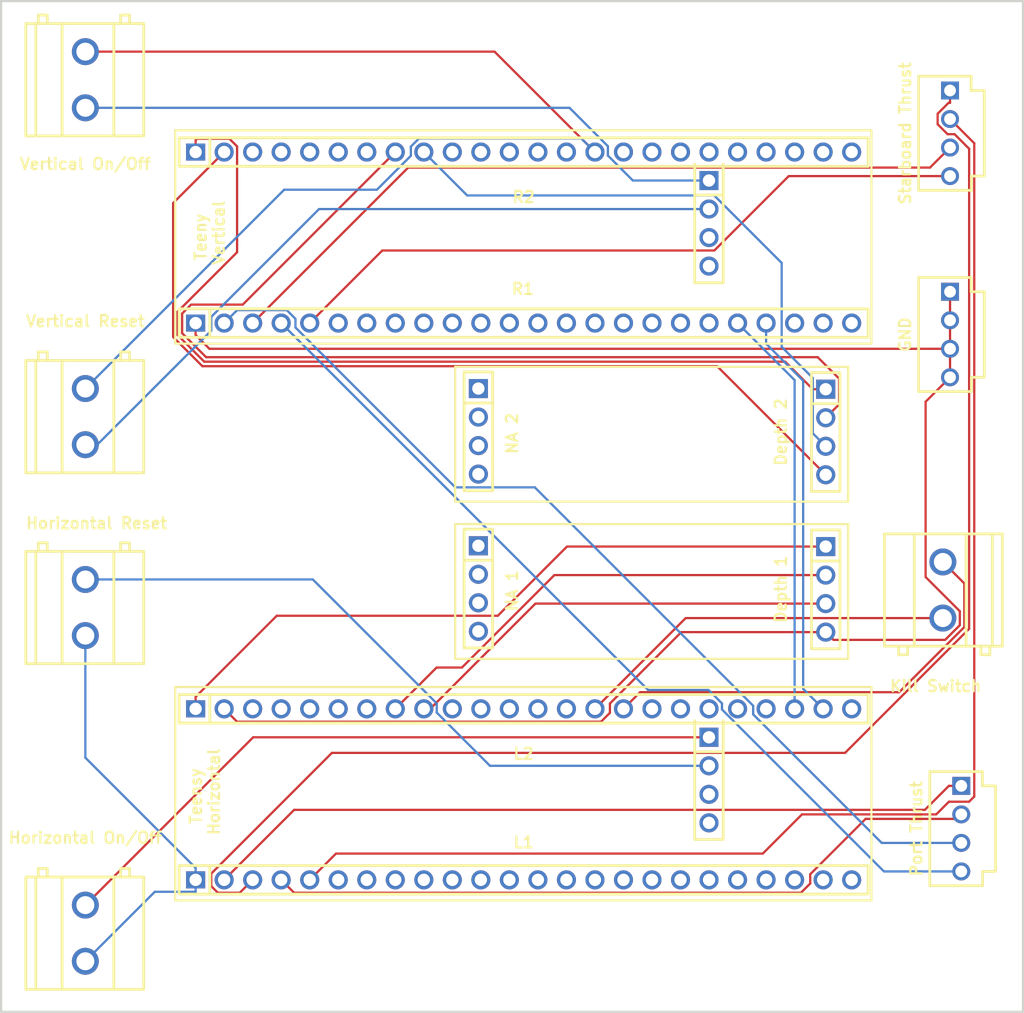
<source format=kicad_pcb>
(kicad_pcb (version 20240108) (generator "pcbnew") (generator_version "8.0")
  (layers (0 "F.Cu" signal) (31 "B.Cu" signal) (34 "B.Paste" user) (35 "F.Paste" user) (36 "B.SilkS" user "B.Silkscreen") (37 "F.SilkS" user "F.Silkscreen") (38 "B.Mask" user) (39 "F.Mask" user) (44 "Edge.Cuts" user))
  (net 0 "")
  (net 1 "Net-(Depth2-Pad4)")
  (net 2 "Net-(Depth2-Pad3)")
  (net 3 "Net-(Depth2-Pad2)")
  (net 4 "Net-(Depth2-Pad1)")
  (net 5 "Net-(H1-Pad1)")
  (net 6 "Net-(H1-Pad2)")
  (net 7 "Net-(H1-Pad3)")
  (net 8 "Net-(Kill_Switch1-Pad2)")
  (net 29 "Net-(U2-Pad22)")
  (net 38 "Net-(U2-Pad23)")
  (net 77 "Net-(CN1-Pad1)")
  (net 83 "Net-(CN2-Pad2)")
  (net 84 "Net-(Kill_Switch1-Pad1)")
  (net 85 "Net-(CN2-Pad1)")
  (net 86 "Net-(CN2-Pad3)")
  (net 87 "Net-(CN2-Pad4)")
  (net 88 "Net-(CN3-Pad3)")
  (net 89 "Net-(CN3-Pad2)")
  (net 90 "Net-(CN3-Pad1)")
  (net 91 "Net-(CN3-Pad4)")
  (net 94 "Net-(CN4-Pad2)")
  (net 95 "Net-(CN4-Pad1)")
  (net 97 "Net-(CN6-Pad1)")
  (net 99 "Net-(CN6-Pad2)")
  (net 100 "Net-(Kill_Switch2-Pad2)")
  (net 101 "Net-(Kill_Switch3-Pad1)")
  (footprint "easyeda2kicad:CONN-TH_P5.00_KF128-5.0-2P" (layer "F.Cu") (at 78.64 117.16 -90)
    (property "Reference" "Kill_Switch2" (hide yes))
    (property "Value" "Horizontal Reset" (at -7.5 -1 180) (layer "F.SilkS") (effects (font (thickness 0.2) (bold yes))))
    (fp_line (start -5 5.3) (end 5 5.3) (stroke (width 0.25)) (layer "F.SilkS"))
    (fp_line (start -5 4.41) (end 5 4.41) (stroke (width 0.25)) (layer "F.SilkS"))
    (fp_line (start -5.76 4.19) (end -5 4.19) (stroke (width 0.25)) (layer "F.SilkS"))
    (fp_line (start -5.76 3.39) (end -5.76 4.19) (stroke (width 0.25)) (layer "F.SilkS"))
    (fp_line (start -5 3.39) (end -5.76 3.39) (stroke (width 0.25)) (layer "F.SilkS"))
    (fp_line (start -5 2.07) (end 5 2.07) (stroke (width 0.25)) (layer "F.SilkS"))
    (fp_line (start -5 -2.54) (end 5 -2.54) (stroke (width 0.25)) (layer "F.SilkS"))
    (fp_line (start -5.76 -3.14) (end -5 -3.14) (stroke (width 0.25)) (layer "F.SilkS"))
    (fp_line (start -5.76 -3.94) (end -5.76 -3.14) (stroke (width 0.25)) (layer "F.SilkS"))
    (fp_line (start -5 -3.94) (end -5.76 -3.94) (stroke (width 0.25)) (layer "F.SilkS"))
    (fp_line (start -5 -5.2) (end -5 5.3) (stroke (width 0.25)) (layer "F.SilkS"))
    (fp_line (start -5 -5.2) (end 5 -5.2) (stroke (width 0.25)) (layer "F.SilkS"))
    (fp_line (start 5 -5.2) (end 5 5.3) (stroke (width 0.25)) (layer "F.SilkS"))
    (pad "1" thru_hole circle (at -2.5 0 270) (size 2.4 2.4) (drill 1.599997) (layers "*.Cu" "*.Mask") (net 94 "Net-(CN4-Pad2)"))
    (pad "2" thru_hole circle (at 2.5 0 270) (size 2.4 2.4) (drill 1.599997) (layers "*.Cu" "*.Mask") (net 100 "Net-(Kill_Switch2-Pad2)"))
  )
  (footprint "easyeda2kicad:CONN-TH_P5.00_KF128-5.0-2P" (layer "F.Cu") (at 78.64 100.16 -90)
    (property "Reference" "Kill_Switch3" (hide yes))
    (property "Value" "Vertical Reset" (at -8.5 0 0) (layer "F.SilkS") (effects (font (thickness 0.2) (bold yes))))
    (fp_line (start -5 5.3) (end 5 5.3) (stroke (width 0.25)) (layer "F.SilkS"))
    (fp_line (start -5 4.41) (end 5 4.41) (stroke (width 0.25)) (layer "F.SilkS"))
    (fp_line (start -5.76 4.19) (end -5 4.19) (stroke (width 0.25)) (layer "F.SilkS"))
    (fp_line (start -5.76 3.39) (end -5.76 4.19) (stroke (width 0.25)) (layer "F.SilkS"))
    (fp_line (start -5 3.39) (end -5.76 3.39) (stroke (width 0.25)) (layer "F.SilkS"))
    (fp_line (start -5 2.07) (end 5 2.07) (stroke (width 0.25)) (layer "F.SilkS"))
    (fp_line (start -5 -2.54) (end 5 -2.54) (stroke (width 0.25)) (layer "F.SilkS"))
    (fp_line (start -5.76 -3.14) (end -5 -3.14) (stroke (width 0.25)) (layer "F.SilkS"))
    (fp_line (start -5.76 -3.94) (end -5.76 -3.14) (stroke (width 0.25)) (layer "F.SilkS"))
    (fp_line (start -5 -3.94) (end -5.76 -3.94) (stroke (width 0.25)) (layer "F.SilkS"))
    (fp_line (start -5 -5.2) (end -5 5.3) (stroke (width 0.25)) (layer "F.SilkS"))
    (fp_line (start -5 -5.2) (end 5 -5.2) (stroke (width 0.25)) (layer "F.SilkS"))
    (fp_line (start 5 -5.2) (end 5 5.3) (stroke (width 0.25)) (layer "F.SilkS"))
    (pad "1" thru_hole circle (at -2.5 0 270) (size 2.4 2.4) (drill 1.599997) (layers "*.Cu" "*.Mask") (net 101 "Net-(Kill_Switch3-Pad1)"))
    (pad "2" thru_hole circle (at 2.5 0 270) (size 2.4 2.4) (drill 1.599997) (layers "*.Cu" "*.Mask") (net 99 "Net-(CN6-Pad2)"))
  )
  (footprint "easyeda2kicad:HDR-TH_24P-P2.54-V-F" (layer "F.Cu") (at 117.67 76.6)
    (property "Reference" "U4" (hide yes))
    (property "Value" "R2" (at 0 4 0) (layer "F.SilkS") (effects (font (thickness 0.2) (bold yes))))
    (fp_line (start -30.68 -1.27) (end -30.68 1.27) (stroke (width 0.25)) (layer "F.SilkS"))
    (fp_line (start -30.68 -1.27) (end 30.68 -1.27) (stroke (width 0.25)) (layer "F.SilkS"))
    (fp_line (start -30.68 1.27) (end 30.68 1.27) (stroke (width 0.25)) (layer "F.SilkS"))
    (fp_line (start -27.94 -1.27) (end -27.94 1.27) (stroke (width 0.25)) (layer "F.SilkS"))
    (fp_line (start 30.68 -1.27) (end 30.68 1.27) (stroke (width 0.25)) (layer "F.SilkS"))
    (pad "1" thru_hole rect (at -29.21 0) (size 1.7 1.52) (drill 1.100023) (layers "*.Cu" "*.Mask") (net 4 "Net-(Depth2-Pad1)"))
    (pad "2" thru_hole circle (at -26.67 0) (size 1.7 1.7) (drill 1.100023) (layers "*.Cu" "*.Mask") (net 1 "Net-(Depth2-Pad4)"))
    (pad "3" thru_hole circle (at -24.13 0) (size 1.7 1.7) (drill 1.100023) (layers "*.Cu" "*.Mask"))
    (pad "4" thru_hole circle (at -21.59 0) (size 1.7 1.7) (drill 1.100023) (layers "*.Cu" "*.Mask"))
    (pad "5" thru_hole circle (at -19.05 0) (size 1.7 1.7) (drill 1.100023) (layers "*.Cu" "*.Mask"))
    (pad "6" thru_hole circle (at -16.51 0) (size 1.7 1.7) (drill 1.100023) (layers "*.Cu" "*.Mask"))
    (pad "7" thru_hole circle (at -13.97 0) (size 1.7 1.7) (drill 1.100023) (layers "*.Cu" "*.Mask"))
    (pad "8" thru_hole circle (at -11.43 0) (size 1.7 1.7) (drill 1.100023) (layers "*.Cu" "*.Mask") (net 3 "Net-(Depth2-Pad2)"))
    (pad "9" thru_hole circle (at -8.89 0) (size 1.7 1.7) (drill 1.100023) (layers "*.Cu" "*.Mask") (net 2 "Net-(Depth2-Pad3)"))
    (pad "10" thru_hole circle (at -6.35 0) (size 1.7 1.7) (drill 1.100023) (layers "*.Cu" "*.Mask"))
    (pad "11" thru_hole circle (at -3.81 0) (size 1.7 1.7) (drill 1.100023) (layers "*.Cu" "*.Mask"))
    (pad "12" thru_hole circle (at -1.27 0) (size 1.7 1.7) (drill 1.100023) (layers "*.Cu" "*.Mask"))
    (pad "13" thru_hole circle (at 1.27 0) (size 1.7 1.7) (drill 1.100023) (layers "*.Cu" "*.Mask"))
    (pad "14" thru_hole circle (at 3.81 0) (size 1.7 1.7) (drill 1.100023) (layers "*.Cu" "*.Mask"))
    (pad "15" thru_hole circle (at 6.35 0) (size 1.7 1.7) (drill 1.100023) (layers "*.Cu" "*.Mask") (net 101 "Net-(Kill_Switch3-Pad1)"))
    (pad "16" thru_hole circle (at 8.89 0) (size 1.7 1.7) (drill 1.100023) (layers "*.Cu" "*.Mask"))
    (pad "17" thru_hole circle (at 11.43 0) (size 1.7 1.7) (drill 1.100023) (layers "*.Cu" "*.Mask"))
    (pad "18" thru_hole circle (at 13.97 0) (size 1.7 1.7) (drill 1.100023) (layers "*.Cu" "*.Mask"))
    (pad "19" thru_hole circle (at 16.51 0) (size 1.7 1.7) (drill 1.100023) (layers "*.Cu" "*.Mask"))
    (pad "20" thru_hole circle (at 19.05 0) (size 1.7 1.7) (drill 1.100023) (layers "*.Cu" "*.Mask"))
    (pad "21" thru_hole circle (at 21.59 0) (size 1.7 1.7) (drill 1.100023) (layers "*.Cu" "*.Mask"))
    (pad "22" thru_hole circle (at 24.13 0) (size 1.7 1.7) (drill 1.100023) (layers "*.Cu" "*.Mask"))
    (pad "23" thru_hole circle (at 26.67 0) (size 1.7 1.7) (drill 1.100023) (layers "*.Cu" "*.Mask"))
    (pad "24" thru_hole circle (at 29.21 0) (size 1.7 1.7) (drill 1.100023) (layers "*.Cu" "*.Mask"))
  )
  (footprint "easyeda2kicad:CONN-TH_4P-P2.54_CAX_2510-4A" (layer "F.Cu") (at 156.64 136.85 -90)
    (property "Reference" "CN3" (hide yes))
    (property "Value" "Port Thrust" (at 0 4 90) (layer "F.SilkS") (effects (font (thickness 0.2) (bold yes))))
    (fp_line (start -5.08 2.8) (end 5.08 2.8) (stroke (width 0.25)) (layer "F.SilkS"))
    (fp_line (start -5.08 -1.88) (end -5.08 2.8) (stroke (width 0.25)) (layer "F.SilkS"))
    (fp_line (start -5.08 -1.88) (end -3.81 -1.88) (stroke (width 0.25)) (layer "F.SilkS"))
    (fp_line (start -3.81 -1.88) (end -3.81 -3.05) (stroke (width 0.25)) (layer "F.SilkS"))
    (fp_line (start 3.81 -1.9) (end 5.08 -1.9) (stroke (width 0.25)) (layer "F.SilkS"))
    (fp_line (start 5.08 -1.9) (end 5.08 2.8) (stroke (width 0.25)) (layer "F.SilkS"))
    (fp_line (start -3.81 -3.05) (end 3.81 -3.05) (stroke (width 0.25)) (layer "F.SilkS"))
    (fp_line (start 3.81 -3.05) (end 3.81 -1.9) (stroke (width 0.25)) (layer "F.SilkS"))
    (pad "1" thru_hole rect (at -3.81 0 270) (size 1.6 1.6) (drill 1.049985) (layers "*.Cu" "*.Mask") (net 90 "Net-(CN3-Pad1)"))
    (pad "2" thru_hole circle (at -1.27 0 270) (size 1.6 1.6) (drill 1.049985) (layers "*.Cu" "*.Mask") (net 89 "Net-(CN3-Pad2)"))
    (pad "3" thru_hole circle (at 1.27 0 270) (size 1.6 1.6) (drill 1.049985) (layers "*.Cu" "*.Mask") (net 88 "Net-(CN3-Pad3)"))
    (pad "4" thru_hole circle (at 3.81 0 270) (size 1.6 1.6) (drill 1.049985) (layers "*.Cu" "*.Mask") (net 91 "Net-(CN3-Pad4)"))
  )
  (footprint "easyeda2kicad:HDR-TH_4P-P2.54-V-F" (layer "F.Cu") (at 113.64 115.47 -90)
    (property "Reference" "DepthNA1" (hide yes))
    (property "Value" "NA 1" (at 0.19 -3 90) (layer "F.SilkS") (effects (font (thickness 0.2) (bold yes))))
    (fp_line (start -5.29 1.27) (end 5.29 1.27) (stroke (width 0.25)) (layer "F.SilkS"))
    (fp_line (start -5.29 -1.27) (end -5.29 1.27) (stroke (width 0.25)) (layer "F.SilkS"))
    (fp_line (start -5.29 -1.27) (end 5.29 -1.27) (stroke (width 0.25)) (layer "F.SilkS"))
    (fp_line (start -2.52 -1.27) (end -2.52 1.27) (stroke (width 0.25)) (layer "F.SilkS"))
    (fp_line (start 5.29 -1.27) (end 5.29 1.27) (stroke (width 0.25)) (layer "F.SilkS"))
    (pad "1" thru_hole rect (at -3.81 0 270) (size 1.7 1.7) (drill 1.100023) (layers "*.Cu" "*.Mask"))
    (pad "2" thru_hole circle (at -1.27 0 270) (size 1.7 1.7) (drill 1.100023) (layers "*.Cu" "*.Mask"))
    (pad "3" thru_hole circle (at 1.27 0 270) (size 1.7 1.7) (drill 1.100023) (layers "*.Cu" "*.Mask"))
    (pad "4" thru_hole circle (at 3.81 0 270) (size 1.7 1.7) (drill 1.100023) (layers "*.Cu" "*.Mask"))
  )
  (footprint "easyeda2kicad:HDR-TH_4P-P2.54-V-F" (layer "F.Cu") (at 134.1744 132.5244 -90)
    (property "Reference" "CN4" (hide yes))
    (property "Value" "Horizontal Reset Row")
    (fp_line (start -5.29 1.27) (end 5.29 1.27) (stroke (width 0.25)) (layer "F.SilkS"))
    (fp_line (start -5.29 -1.27) (end 5.29 -1.27) (stroke (width 0.25)) (layer "F.SilkS"))
    (fp_line (start -2.52 -1.27) (end -2.52 1.27) (stroke (width 0.25)) (layer "F.SilkS"))
    (fp_line (start 5.29 -1.27) (end 5.29 1.27) (stroke (width 0.25)) (layer "F.SilkS"))
    (pad "1" thru_hole rect (at -3.81 0 270) (size 1.7 1.7) (drill 1.100023) (layers "*.Cu" "*.Mask") (net 95 "Net-(CN4-Pad1)"))
    (pad "2" thru_hole circle (at -1.27 0 270) (size 1.7 1.7) (drill 1.100023) (layers "*.Cu" "*.Mask") (net 94 "Net-(CN4-Pad2)"))
    (pad "3" thru_hole circle (at 1.27 0 270) (size 1.7 1.7) (drill 1.100023) (layers "*.Cu" "*.Mask"))
    (pad "4" thru_hole circle (at 3.81 0 270) (size 1.7 1.7) (drill 1.100023) (layers "*.Cu" "*.Mask"))
  )
  (footprint "easyeda2kicad:CONN-TH_P5.00_KF128-5.0-2P" (layer "F.Cu") (at 78.64 146.16 -90)
    (property "Reference" "Kill_Switch4" (hide yes))
    (property "Value" "Horizontal On/Off" (at -8.5 0 180) (layer "F.SilkS") (effects (font (thickness 0.2) (bold yes))))
    (fp_line (start -5 5.3) (end 5 5.3) (stroke (width 0.25)) (layer "F.SilkS"))
    (fp_line (start -5 4.41) (end 5 4.41) (stroke (width 0.25)) (layer "F.SilkS"))
    (fp_line (start -5.76 4.19) (end -5 4.19) (stroke (width 0.25)) (layer "F.SilkS"))
    (fp_line (start -5.76 3.39) (end -5.76 4.19) (stroke (width 0.25)) (layer "F.SilkS"))
    (fp_line (start -5 3.39) (end -5.76 3.39) (stroke (width 0.25)) (layer "F.SilkS"))
    (fp_line (start -5 2.07) (end 5 2.07) (stroke (width 0.25)) (layer "F.SilkS"))
    (fp_line (start -5 -2.54) (end 5 -2.54) (stroke (width 0.25)) (layer "F.SilkS"))
    (fp_line (start -5.76 -3.14) (end -5 -3.14) (stroke (width 0.25)) (layer "F.SilkS"))
    (fp_line (start -5.76 -3.94) (end -5.76 -3.14) (stroke (width 0.25)) (layer "F.SilkS"))
    (fp_line (start -5 -3.94) (end -5.76 -3.94) (stroke (width 0.25)) (layer "F.SilkS"))
    (fp_line (start -5 -5.2) (end -5 5.3) (stroke (width 0.25)) (layer "F.SilkS"))
    (fp_line (start -5 -5.2) (end 5 -5.2) (stroke (width 0.25)) (layer "F.SilkS"))
    (fp_line (start 5 -5.2) (end 5 5.3) (stroke (width 0.25)) (layer "F.SilkS"))
    (pad "1" thru_hole circle (at -2.5 0 270) (size 2.4 2.4) (drill 1.599997) (layers "*.Cu" "*.Mask") (net 95 "Net-(CN4-Pad1)"))
    (pad "2" thru_hole circle (at 2.5 0 270) (size 2.4 2.4) (drill 1.599997) (layers "*.Cu" "*.Mask") (net 100 "Net-(Kill_Switch2-Pad2)"))
  )
  (footprint "easyeda2kicad:HDR-TH_4P-P2.54-V-F" (layer "F.Cu") (at 144.57 101.53 -90)
    (property "Reference" "Depth2" (hide yes))
    (property "Value" "Depth 2" (at 0 4 90) (layer "F.SilkS") (effects (font (thickness 0.2) (bold yes))))
    (fp_line (start -5.29 1.27) (end 5.29 1.27) (stroke (width 0.25)) (layer "F.SilkS"))
    (fp_line (start -5.29 -1.27) (end -5.29 1.27) (stroke (width 0.25)) (layer "F.SilkS"))
    (fp_line (start -5.29 -1.27) (end 5.29 -1.27) (stroke (width 0.25)) (layer "F.SilkS"))
    (fp_line (start -2.52 -1.27) (end -2.52 1.27) (stroke (width 0.25)) (layer "F.SilkS"))
    (fp_line (start 5.29 -1.27) (end 5.29 1.27) (stroke (width 0.25)) (layer "F.SilkS"))
    (pad "1" thru_hole rect (at -3.81 0 270) (size 1.7 1.7) (drill 1.100023) (layers "*.Cu" "*.Mask") (net 4 "Net-(Depth2-Pad1)"))
    (pad "2" thru_hole circle (at -1.27 0 270) (size 1.7 1.7) (drill 1.100023) (layers "*.Cu" "*.Mask") (net 3 "Net-(Depth2-Pad2)"))
    (pad "3" thru_hole circle (at 1.27 0 270) (size 1.7 1.7) (drill 1.100023) (layers "*.Cu" "*.Mask") (net 2 "Net-(Depth2-Pad3)"))
    (pad "4" thru_hole circle (at 3.81 0 270) (size 1.7 1.7) (drill 1.100023) (layers "*.Cu" "*.Mask") (net 1 "Net-(Depth2-Pad4)"))
  )
  (footprint "easyeda2kicad:CONN-TH_4P-P2.54_CAX_2510-4A" (layer "F.Cu") (at 155.64 92.85 -90)
    (property "Reference" "CN1" (hide yes))
    (property "Value" "GND" (at 0 4 90) (layer "F.SilkS") (effects (font (thickness 0.2) (bold yes))))
    (fp_line (start -5.08 2.8) (end 5.08 2.8) (stroke (width 0.25)) (layer "F.SilkS"))
    (fp_line (start -5.08 -1.88) (end -5.08 2.8) (stroke (width 0.25)) (layer "F.SilkS"))
    (fp_line (start -5.08 -1.88) (end -3.81 -1.88) (stroke (width 0.25)) (layer "F.SilkS"))
    (fp_line (start -3.81 -1.88) (end -3.81 -3.05) (stroke (width 0.25)) (layer "F.SilkS"))
    (fp_line (start 3.81 -1.9) (end 5.08 -1.9) (stroke (width 0.25)) (layer "F.SilkS"))
    (fp_line (start 5.08 -1.9) (end 5.08 2.8) (stroke (width 0.25)) (layer "F.SilkS"))
    (fp_line (start -3.81 -3.05) (end 3.81 -3.05) (stroke (width 0.25)) (layer "F.SilkS"))
    (fp_line (start 3.81 -3.05) (end 3.81 -1.9) (stroke (width 0.25)) (layer "F.SilkS"))
    (pad "1" thru_hole rect (at -3.81 0 270) (size 1.6 1.6) (drill 1.049985) (layers "*.Cu" "*.Mask") (net 77 "Net-(CN1-Pad1)"))
    (pad "2" thru_hole circle (at -1.27 0 270) (size 1.6 1.6) (drill 1.049985) (layers "*.Cu" "*.Mask") (net 77 "Net-(CN1-Pad1)"))
    (pad "3" thru_hole circle (at 1.27 0 270) (size 1.6 1.6) (drill 1.049985) (layers "*.Cu" "*.Mask") (net 77 "Net-(CN1-Pad1)"))
    (pad "4" thru_hole circle (at 3.81 0 270) (size 1.6 1.6) (drill 1.049985) (layers "*.Cu" "*.Mask") (net 77 "Net-(CN1-Pad1)"))
  )
  (footprint "easyeda2kicad:HDR-TH_4P-P2.54-V-F" (layer "F.Cu") (at 144.57 115.54 -90)
    (property "Reference" "H1" (hide yes))
    (property "Value" "Depth 1" (at 0 4 90) (layer "F.SilkS") (effects (font (thickness 0.2) (bold yes))))
    (fp_line (start -5.29 1.27) (end 5.29 1.27) (stroke (width 0.25)) (layer "F.SilkS"))
    (fp_line (start -5.29 -1.27) (end -5.29 1.27) (stroke (width 0.25)) (layer "F.SilkS"))
    (fp_line (start -5.29 -1.27) (end 5.29 -1.27) (stroke (width 0.25)) (layer "F.SilkS"))
    (fp_line (start -2.52 -1.27) (end -2.52 1.27) (stroke (width 0.25)) (layer "F.SilkS"))
    (fp_line (start 5.29 -1.27) (end 5.29 1.27) (stroke (width 0.25)) (layer "F.SilkS"))
    (pad "1" thru_hole rect (at -3.81 0 270) (size 1.7 1.7) (drill 1.100023) (layers "*.Cu" "*.Mask") (net 5 "Net-(H1-Pad1)"))
    (pad "2" thru_hole circle (at -1.27 0 270) (size 1.7 1.7) (drill 1.100023) (layers "*.Cu" "*.Mask") (net 6 "Net-(H1-Pad2)"))
    (pad "3" thru_hole circle (at 1.27 0 270) (size 1.7 1.7) (drill 1.100023) (layers "*.Cu" "*.Mask") (net 7 "Net-(H1-Pad3)"))
    (pad "4" thru_hole circle (at 3.81 0 270) (size 1.7 1.7) (drill 1.100023) (layers "*.Cu" "*.Mask") (net 77 "Net-(CN1-Pad1)"))
  )
  (footprint "easyeda2kicad:CONN-TH_P5.00_KF128-5.0-2P" (layer "F.Cu") (at 155 115.6 90)
    (property "Reference" "Kill_Switch1" (hide yes))
    (property "Value" "Kill Switch" (at -8.56 -0.64 180) (layer "F.SilkS") (effects (font (thickness 0.2) (bold yes))))
    (fp_line (start 5 -5.2) (end 5 5.3) (stroke (width 0.25)) (layer "F.SilkS"))
    (fp_line (start -5 -5.2) (end 5 -5.2) (stroke (width 0.25)) (layer "F.SilkS"))
    (fp_line (start -5 -5.2) (end -5 5.3) (stroke (width 0.25)) (layer "F.SilkS"))
    (fp_line (start -5 -3.94) (end -5.76 -3.94) (stroke (width 0.25)) (layer "F.SilkS"))
    (fp_line (start -5.76 -3.94) (end -5.76 -3.14) (stroke (width 0.25)) (layer "F.SilkS"))
    (fp_line (start -5.76 -3.14) (end -5 -3.14) (stroke (width 0.25)) (layer "F.SilkS"))
    (fp_line (start -5 -2.54) (end 5 -2.54) (stroke (width 0.25)) (layer "F.SilkS"))
    (fp_line (start -5 2.07) (end 5 2.07) (stroke (width 0.25)) (layer "F.SilkS"))
    (fp_line (start -5 3.39) (end -5.76 3.39) (stroke (width 0.25)) (layer "F.SilkS"))
    (fp_line (start -5.76 3.39) (end -5.76 4.19) (stroke (width 0.25)) (layer "F.SilkS"))
    (fp_line (start -5.76 4.19) (end -5 4.19) (stroke (width 0.25)) (layer "F.SilkS"))
    (fp_line (start -5 4.41) (end 5 4.41) (stroke (width 0.25)) (layer "F.SilkS"))
    (fp_line (start -5 5.3) (end 5 5.3) (stroke (width 0.25)) (layer "F.SilkS"))
    (pad "1" thru_hole circle (at -2.5 0 90) (size 2.4 2.4) (drill 1.599997) (layers "*.Cu" "*.Mask") (net 84 "Net-(Kill_Switch1-Pad1)"))
    (pad "2" thru_hole circle (at 2.5 0 90) (size 2.4 2.4) (drill 1.599997) (layers "*.Cu" "*.Mask") (net 8 "Net-(Kill_Switch1-Pad2)"))
  )
  (footprint "easyeda2kicad:HDR-TH_4P-P2.54-V-F" (layer "F.Cu") (at 113.64 101.47 -90)
    (property "Reference" "DepthNA2" (hide yes))
    (property "Value" "NA 2" (at 0.19 -3 90) (layer "F.SilkS") (effects (font (thickness 0.2) (bold yes))))
    (fp_line (start -5.29 1.27) (end 5.29 1.27) (stroke (width 0.25)) (layer "F.SilkS"))
    (fp_line (start -5.29 -1.27) (end -5.29 1.27) (stroke (width 0.25)) (layer "F.SilkS"))
    (fp_line (start -5.29 -1.27) (end 5.29 -1.27) (stroke (width 0.25)) (layer "F.SilkS"))
    (fp_line (start -2.52 -1.27) (end -2.52 1.27) (stroke (width 0.25)) (layer "F.SilkS"))
    (fp_line (start 5.29 -1.27) (end 5.29 1.27) (stroke (width 0.25)) (layer "F.SilkS"))
    (pad "1" thru_hole rect (at -3.81 0 270) (size 1.7 1.7) (drill 1.100023) (layers "*.Cu" "*.Mask"))
    (pad "2" thru_hole circle (at -1.27 0 270) (size 1.7 1.7) (drill 1.100023) (layers "*.Cu" "*.Mask"))
    (pad "3" thru_hole circle (at 1.27 0 270) (size 1.7 1.7) (drill 1.100023) (layers "*.Cu" "*.Mask"))
    (pad "4" thru_hole circle (at 3.81 0 270) (size 1.7 1.7) (drill 1.100023) (layers "*.Cu" "*.Mask"))
  )
  (footprint "easyeda2kicad:HDR-TH_4P-P2.54-V-F" (layer "F.Cu") (at 134.1737 82.9453 -90)
    (property "Reference" "CN6" (hide yes))
    (property "Value" "Vertical Reset Row")
    (fp_line (start -5.29 1.27) (end 5.29 1.27) (stroke (width 0.25)) (layer "F.SilkS"))
    (fp_line (start -5.29 -1.27) (end 5.29 -1.27) (stroke (width 0.25)) (layer "F.SilkS"))
    (fp_line (start -2.52 -1.27) (end -2.52 1.27) (stroke (width 0.25)) (layer "F.SilkS"))
    (fp_line (start 5.29 -1.27) (end 5.29 1.27) (stroke (width 0.25)) (layer "F.SilkS"))
    (pad "1" thru_hole rect (at -3.81 0 270) (size 1.7 1.7) (drill 1.100023) (layers "*.Cu" "*.Mask") (net 97 "Net-(CN6-Pad1)"))
    (pad "2" thru_hole circle (at -1.27 0 270) (size 1.7 1.7) (drill 1.100023) (layers "*.Cu" "*.Mask") (net 99 "Net-(CN6-Pad2)"))
    (pad "3" thru_hole circle (at 1.27 0 270) (size 1.7 1.7) (drill 1.100023) (layers "*.Cu" "*.Mask"))
    (pad "4" thru_hole circle (at 3.81 0 270) (size 1.7 1.7) (drill 1.100023) (layers "*.Cu" "*.Mask"))
  )
  (footprint "easyeda2kicad:HDR-TH_24P-P2.54-V-F" (layer "F.Cu") (at 117.67 91.83)
    (property "Reference" "U3" (hide yes))
    (property "Value" "R1" (at -0.07 -3.04 0) (layer "F.SilkS") (effects (font (thickness 0.2) (bold yes))))
    (fp_line (start -30.68 -1.27) (end -30.68 1.27) (stroke (width 0.25)) (layer "F.SilkS"))
    (fp_line (start -30.68 -1.27) (end 30.68 -1.27) (stroke (width 0.25)) (layer "F.SilkS"))
    (fp_line (start -30.68 1.27) (end 30.68 1.27) (stroke (width 0.25)) (layer "F.SilkS"))
    (fp_line (start -27.94 -1.27) (end -27.94 1.27) (stroke (width 0.25)) (layer "F.SilkS"))
    (fp_line (start 30.68 -1.27) (end 30.68 1.27) (stroke (width 0.25)) (layer "F.SilkS"))
    (pad "1" thru_hole rect (at -29.21 0) (size 1.7 1.52) (drill 1.100023) (layers "*.Cu" "*.Mask") (net 77 "Net-(CN1-Pad1)"))
    (pad "2" thru_hole circle (at -26.67 0) (size 1.7 1.7) (drill 1.100023) (layers "*.Cu" "*.Mask") (net 88 "Net-(CN3-Pad3)"))
    (pad "3" thru_hole circle (at -24.13 0) (size 1.7 1.7) (drill 1.100023) (layers "*.Cu" "*.Mask") (net 86 "Net-(CN2-Pad3)"))
    (pad "4" thru_hole circle (at -21.59 0) (size 1.7 1.7) (drill 1.100023) (layers "*.Cu" "*.Mask") (net 91 "Net-(CN3-Pad4)"))
    (pad "5" thru_hole circle (at -19.05 0) (size 1.7 1.7) (drill 1.100023) (layers "*.Cu" "*.Mask") (net 87 "Net-(CN2-Pad4)"))
    (pad "6" thru_hole circle (at -16.51 0) (size 1.7 1.7) (drill 1.100023) (layers "*.Cu" "*.Mask"))
    (pad "7" thru_hole circle (at -13.97 0) (size 1.7 1.7) (drill 1.100023) (layers "*.Cu" "*.Mask"))
    (pad "8" thru_hole circle (at -11.43 0) (size 1.7 1.7) (drill 1.100023) (layers "*.Cu" "*.Mask"))
    (pad "9" thru_hole circle (at -8.89 0) (size 1.7 1.7) (drill 1.100023) (layers "*.Cu" "*.Mask"))
    (pad "10" thru_hole circle (at -6.35 0) (size 1.7 1.7) (drill 1.100023) (layers "*.Cu" "*.Mask"))
    (pad "11" thru_hole circle (at -3.81 0) (size 1.7 1.7) (drill 1.100023) (layers "*.Cu" "*.Mask"))
    (pad "12" thru_hole circle (at -1.27 0) (size 1.7 1.7) (drill 1.100023) (layers "*.Cu" "*.Mask"))
    (pad "13" thru_hole circle (at 1.27 0) (size 1.7 1.7) (drill 1.100023) (layers "*.Cu" "*.Mask"))
    (pad "14" thru_hole circle (at 3.81 0) (size 1.7 1.7) (drill 1.100023) (layers "*.Cu" "*.Mask"))
    (pad "15" thru_hole circle (at 6.35 0) (size 1.7 1.7) (drill 1.100023) (layers "*.Cu" "*.Mask"))
    (pad "16" thru_hole circle (at 8.89 0) (size 1.7 1.7) (drill 1.100023) (layers "*.Cu" "*.Mask"))
    (pad "17" thru_hole circle (at 11.43 0) (size 1.7 1.7) (drill 1.100023) (layers "*.Cu" "*.Mask"))
    (pad "18" thru_hole circle (at 13.97 0) (size 1.7 1.7) (drill 1.100023) (layers "*.Cu" "*.Mask"))
    (pad "19" thru_hole circle (at 16.51 0) (size 1.7 1.7) (drill 1.100023) (layers "*.Cu" "*.Mask"))
    (pad "20" thru_hole circle (at 19.05 0) (size 1.7 1.7) (drill 1.100023) (layers "*.Cu" "*.Mask") (net 29 "Net-(U2-Pad22)"))
    (pad "21" thru_hole circle (at 21.59 0) (size 1.7 1.7) (drill 1.100023) (layers "*.Cu" "*.Mask") (net 38 "Net-(U2-Pad23)"))
    (pad "22" thru_hole circle (at 24.13 0) (size 1.7 1.7) (drill 1.100023) (layers "*.Cu" "*.Mask"))
    (pad "23" thru_hole circle (at 26.67 0) (size 1.7 1.7) (drill 1.100023) (layers "*.Cu" "*.Mask"))
    (pad "24" thru_hole circle (at 29.21 0) (size 1.7 1.7) (drill 1.100023) (layers "*.Cu" "*.Mask"))
  )
  (footprint "easyeda2kicad:CONN-TH_P5.00_KF128-5.0-2P" (layer "F.Cu") (at 78.64 70.16 -90)
    (property "Reference" "Kill_Switch5" (hide yes))
    (property "Value" "Vertical On/Off" (at 7.5 0 0) (layer "F.SilkS") (effects (font (thickness 0.2) (bold yes))))
    (fp_line (start -5 5.3) (end 5 5.3) (stroke (width 0.25)) (layer "F.SilkS"))
    (fp_line (start -5 4.41) (end 5 4.41) (stroke (width 0.25)) (layer "F.SilkS"))
    (fp_line (start -5.76 4.19) (end -5 4.19) (stroke (width 0.25)) (layer "F.SilkS"))
    (fp_line (start -5.76 3.39) (end -5.76 4.19) (stroke (width 0.25)) (layer "F.SilkS"))
    (fp_line (start -5 3.39) (end -5.76 3.39) (stroke (width 0.25)) (layer "F.SilkS"))
    (fp_line (start -5 2.07) (end 5 2.07) (stroke (width 0.25)) (layer "F.SilkS"))
    (fp_line (start -5 -2.54) (end 5 -2.54) (stroke (width 0.25)) (layer "F.SilkS"))
    (fp_line (start -5.76 -3.14) (end -5 -3.14) (stroke (width 0.25)) (layer "F.SilkS"))
    (fp_line (start -5.76 -3.94) (end -5.76 -3.14) (stroke (width 0.25)) (layer "F.SilkS"))
    (fp_line (start -5 -3.94) (end -5.76 -3.94) (stroke (width 0.25)) (layer "F.SilkS"))
    (fp_line (start -5 -5.2) (end -5 5.3) (stroke (width 0.25)) (layer "F.SilkS"))
    (fp_line (start -5 -5.2) (end 5 -5.2) (stroke (width 0.25)) (layer "F.SilkS"))
    (fp_line (start 5 -5.2) (end 5 5.3) (stroke (width 0.25)) (layer "F.SilkS"))
    (pad "1" thru_hole circle (at -2.5 0 270) (size 2.4 2.4) (drill 1.599997) (layers "*.Cu" "*.Mask") (net 101 "Net-(Kill_Switch3-Pad1)"))
    (pad "2" thru_hole circle (at 2.5 0 270) (size 2.4 2.4) (drill 1.599997) (layers "*.Cu" "*.Mask") (net 97 "Net-(CN6-Pad1)"))
  )
  (footprint "easyeda2kicad:HDR-TH_24P-P2.54-V-F" (layer "F.Cu") (at 117.67 141.41)
    (property "Reference" "U1" (hide yes))
    (property "Value" "L1" (at 0 -3.34 0) (layer "F.SilkS") (effects (font (thickness 0.2) (bold yes))))
    (fp_line (start -30.68 -1.27) (end -30.68 1.27) (stroke (width 0.25)) (layer "F.SilkS"))
    (fp_line (start -30.68 -1.27) (end 30.68 -1.27) (stroke (width 0.25)) (layer "F.SilkS"))
    (fp_line (start -30.68 1.27) (end 30.68 1.27) (stroke (width 0.25)) (layer "F.SilkS"))
    (fp_line (start -27.94 -1.27) (end -27.94 1.27) (stroke (width 0.25)) (layer "F.SilkS"))
    (fp_line (start 30.68 -1.27) (end 30.68 1.27) (stroke (width 0.25)) (layer "F.SilkS"))
    (pad "1" thru_hole rect (at -29.21 0) (size 1.7 1.52) (drill 1.100023) (layers "*.Cu" "*.Mask") (net 100 "Net-(Kill_Switch2-Pad2)"))
    (pad "2" thru_hole circle (at -26.67 0) (size 1.7 1.7) (drill 1.100023) (layers "*.Cu" "*.Mask") (net 90 "Net-(CN3-Pad1)"))
    (pad "3" thru_hole circle (at -24.13 0) (size 1.7 1.7) (drill 1.100023) (layers "*.Cu" "*.Mask") (net 85 "Net-(CN2-Pad1)"))
    (pad "4" thru_hole circle (at -21.59 0) (size 1.7 1.7) (drill 1.100023) (layers "*.Cu" "*.Mask") (net 89 "Net-(CN3-Pad2)"))
    (pad "5" thru_hole circle (at -19.05 0) (size 1.7 1.7) (drill 1.100023) (layers "*.Cu" "*.Mask") (net 83 "Net-(CN2-Pad2)"))
    (pad "6" thru_hole circle (at -16.51 0) (size 1.7 1.7) (drill 1.100023) (layers "*.Cu" "*.Mask"))
    (pad "7" thru_hole circle (at -13.97 0) (size 1.7 1.7) (drill 1.100023) (layers "*.Cu" "*.Mask"))
    (pad "8" thru_hole circle (at -11.43 0) (size 1.7 1.7) (drill 1.100023) (layers "*.Cu" "*.Mask"))
    (pad "9" thru_hole circle (at -8.89 0) (size 1.7 1.7) (drill 1.100023) (layers "*.Cu" "*.Mask"))
    (pad "10" thru_hole circle (at -6.35 0) (size 1.7 1.7) (drill 1.100023) (layers "*.Cu" "*.Mask"))
    (pad "11" thru_hole circle (at -3.81 0) (size 1.7 1.7) (drill 1.100023) (layers "*.Cu" "*.Mask"))
    (pad "12" thru_hole circle (at -1.27 0) (size 1.7 1.7) (drill 1.100023) (layers "*.Cu" "*.Mask"))
    (pad "13" thru_hole circle (at 1.27 0) (size 1.7 1.7) (drill 1.100023) (layers "*.Cu" "*.Mask"))
    (pad "14" thru_hole circle (at 3.81 0) (size 1.7 1.7) (drill 1.100023) (layers "*.Cu" "*.Mask"))
    (pad "15" thru_hole circle (at 6.35 0) (size 1.7 1.7) (drill 1.100023) (layers "*.Cu" "*.Mask"))
    (pad "16" thru_hole circle (at 8.89 0) (size 1.7 1.7) (drill 1.100023) (layers "*.Cu" "*.Mask"))
    (pad "17" thru_hole circle (at 11.43 0) (size 1.7 1.7) (drill 1.100023) (layers "*.Cu" "*.Mask"))
    (pad "18" thru_hole circle (at 13.97 0) (size 1.7 1.7) (drill 1.100023) (layers "*.Cu" "*.Mask"))
    (pad "19" thru_hole circle (at 16.51 0) (size 1.7 1.7) (drill 1.100023) (layers "*.Cu" "*.Mask"))
    (pad "20" thru_hole circle (at 19.05 0) (size 1.7 1.7) (drill 1.100023) (layers "*.Cu" "*.Mask"))
    (pad "21" thru_hole circle (at 21.59 0) (size 1.7 1.7) (drill 1.100023) (layers "*.Cu" "*.Mask"))
    (pad "22" thru_hole circle (at 24.13 0) (size 1.7 1.7) (drill 1.100023) (layers "*.Cu" "*.Mask"))
    (pad "23" thru_hole circle (at 26.67 0) (size 1.7 1.7) (drill 1.100023) (layers "*.Cu" "*.Mask"))
    (pad "24" thru_hole circle (at 29.21 0) (size 1.7 1.7) (drill 1.100023) (layers "*.Cu" "*.Mask"))
  )
  (footprint "easyeda2kicad:CONN-TH_4P-P2.54_CAX_2510-4A" (layer "F.Cu") (at 155.64 74.93 -90)
    (property "Reference" "CN2" (hide yes))
    (property "Value" "Starboard Thrust" (at 0 4 90) (layer "F.SilkS") (effects (font (thickness 0.2) (bold yes))))
    (fp_line (start -5.08 2.8) (end 5.08 2.8) (stroke (width 0.25)) (layer "F.SilkS"))
    (fp_line (start -5.08 -1.88) (end -5.08 2.8) (stroke (width 0.25)) (layer "F.SilkS"))
    (fp_line (start -5.08 -1.88) (end -3.81 -1.88) (stroke (width 0.25)) (layer "F.SilkS"))
    (fp_line (start -3.81 -1.88) (end -3.81 -3.05) (stroke (width 0.25)) (layer "F.SilkS"))
    (fp_line (start 3.81 -1.9) (end 5.08 -1.9) (stroke (width 0.25)) (layer "F.SilkS"))
    (fp_line (start 5.08 -1.9) (end 5.08 2.8) (stroke (width 0.25)) (layer "F.SilkS"))
    (fp_line (start -3.81 -3.05) (end 3.81 -3.05) (stroke (width 0.25)) (layer "F.SilkS"))
    (fp_line (start 3.81 -3.05) (end 3.81 -1.9) (stroke (width 0.25)) (layer "F.SilkS"))
    (pad "1" thru_hole rect (at -3.81 0 270) (size 1.6 1.6) (drill 1.049985) (layers "*.Cu" "*.Mask") (net 85 "Net-(CN2-Pad1)"))
    (pad "2" thru_hole circle (at -1.27 0 270) (size 1.6 1.6) (drill 1.049985) (layers "*.Cu" "*.Mask") (net 83 "Net-(CN2-Pad2)"))
    (pad "3" thru_hole circle (at 1.27 0 270) (size 1.6 1.6) (drill 1.049985) (layers "*.Cu" "*.Mask") (net 86 "Net-(CN2-Pad3)"))
    (pad "4" thru_hole circle (at 3.81 0 270) (size 1.6 1.6) (drill 1.049985) (layers "*.Cu" "*.Mask") (net 87 "Net-(CN2-Pad4)"))
  )
  (footprint "easyeda2kicad:HDR-TH_24P-P2.54-V-F" (layer "F.Cu") (at 117.67 126.18)
    (property "Reference" "U2" (hide yes))
    (property "Value" "L2" (at 0 4 0) (layer "F.SilkS") (effects (font (thickness 0.2) (bold yes))))
    (fp_line (start -30.68 -1.27) (end -30.68 1.27) (stroke (width 0.25)) (layer "F.SilkS"))
    (fp_line (start -30.68 -1.27) (end 30.68 -1.27) (stroke (width 0.25)) (layer "F.SilkS"))
    (fp_line (start -30.68 1.27) (end 30.68 1.27) (stroke (width 0.25)) (layer "F.SilkS"))
    (fp_line (start -27.94 -1.27) (end -27.94 1.27) (stroke (width 0.25)) (layer "F.SilkS"))
    (fp_line (start 30.68 -1.27) (end 30.68 1.27) (stroke (width 0.25)) (layer "F.SilkS"))
    (pad "1" thru_hole rect (at -29.21 0) (size 1.7 1.52) (drill 1.100023) (layers "*.Cu" "*.Mask") (net 5 "Net-(H1-Pad1)"))
    (pad "2" thru_hole circle (at -26.67 0) (size 1.7 1.7) (drill 1.100023) (layers "*.Cu" "*.Mask") (net 77 "Net-(CN1-Pad1)"))
    (pad "3" thru_hole circle (at -24.13 0) (size 1.7 1.7) (drill 1.100023) (layers "*.Cu" "*.Mask"))
    (pad "4" thru_hole circle (at -21.59 0) (size 1.7 1.7) (drill 1.100023) (layers "*.Cu" "*.Mask"))
    (pad "5" thru_hole circle (at -19.05 0) (size 1.7 1.7) (drill 1.100023) (layers "*.Cu" "*.Mask"))
    (pad "6" thru_hole circle (at -16.51 0) (size 1.7 1.7) (drill 1.100023) (layers "*.Cu" "*.Mask"))
    (pad "7" thru_hole circle (at -13.97 0) (size 1.7 1.7) (drill 1.100023) (layers "*.Cu" "*.Mask"))
    (pad "8" thru_hole circle (at -11.43 0) (size 1.7 1.7) (drill 1.100023) (layers "*.Cu" "*.Mask") (net 6 "Net-(H1-Pad2)"))
    (pad "9" thru_hole circle (at -8.89 0) (size 1.7 1.7) (drill 1.100023) (layers "*.Cu" "*.Mask") (net 7 "Net-(H1-Pad3)"))
    (pad "10" thru_hole circle (at -6.35 0) (size 1.7 1.7) (drill 1.100023) (layers "*.Cu" "*.Mask"))
    (pad "11" thru_hole circle (at -3.81 0) (size 1.7 1.7) (drill 1.100023) (layers "*.Cu" "*.Mask"))
    (pad "12" thru_hole circle (at -1.27 0) (size 1.7 1.7) (drill 1.100023) (layers "*.Cu" "*.Mask"))
    (pad "13" thru_hole circle (at 1.27 0) (size 1.7 1.7) (drill 1.100023) (layers "*.Cu" "*.Mask"))
    (pad "14" thru_hole circle (at 3.81 0) (size 1.7 1.7) (drill 1.100023) (layers "*.Cu" "*.Mask"))
    (pad "15" thru_hole circle (at 6.35 0) (size 1.7 1.7) (drill 1.100023) (layers "*.Cu" "*.Mask") (net 84 "Net-(Kill_Switch1-Pad1)"))
    (pad "16" thru_hole circle (at 8.89 0) (size 1.7 1.7) (drill 1.100023) (layers "*.Cu" "*.Mask") (net 8 "Net-(Kill_Switch1-Pad2)"))
    (pad "17" thru_hole circle (at 11.43 0) (size 1.7 1.7) (drill 1.100023) (layers "*.Cu" "*.Mask"))
    (pad "18" thru_hole circle (at 13.97 0) (size 1.7 1.7) (drill 1.100023) (layers "*.Cu" "*.Mask"))
    (pad "19" thru_hole circle (at 16.51 0) (size 1.7 1.7) (drill 1.100023) (layers "*.Cu" "*.Mask"))
    (pad "20" thru_hole circle (at 19.05 0) (size 1.7 1.7) (drill 1.100023) (layers "*.Cu" "*.Mask"))
    (pad "21" thru_hole circle (at 21.59 0) (size 1.7 1.7) (drill 1.100023) (layers "*.Cu" "*.Mask"))
    (pad "22" thru_hole circle (at 24.13 0) (size 1.7 1.7) (drill 1.100023) (layers "*.Cu" "*.Mask") (net 29 "Net-(U2-Pad22)"))
    (pad "23" thru_hole circle (at 26.67 0) (size 1.7 1.7) (drill 1.100023) (layers "*.Cu" "*.Mask") (net 38 "Net-(U2-Pad23)"))
    (pad "24" thru_hole circle (at 29.21 0) (size 1.7 1.7) (drill 1.100023) (layers "*.Cu" "*.Mask"))
  )
  (gr_line (start 86.64 93.66) (end 86.64 74.66) (stroke (width 0.2)) (layer "F.SilkS"))
  (gr_line (start 146.57 107.73) (end 111.57 107.73) (stroke (width 0.2)) (layer "F.SilkS"))
  (gr_line (start 86.64 143.24) (end 86.64 124.24) (stroke (width 0.2)) (layer "F.SilkS"))
  (gr_line (start 111.57 95.73) (end 146.57 95.73) (stroke (width 0.2)) (layer "F.SilkS"))
  (gr_line (start 111.57 121.73) (end 111.57 109.73) (stroke (width 0.2)) (layer "F.SilkS"))
  (gr_line (start 146.57 95.73) (end 146.57 107.73) (stroke (width 0.2)) (layer "F.SilkS"))
  (gr_line (start 148.64 124.24) (end 148.64 143.24) (stroke (width 0.2)) (layer "F.SilkS"))
  (gr_line (start 86.64 124.24) (end 148.64 124.24) (stroke (width 0.2)) (layer "F.SilkS"))
  (gr_line (start 111.57 107.73) (end 111.57 95.73) (stroke (width 0.2)) (layer "F.SilkS"))
  (gr_line (start 146.57 109.73) (end 146.57 121.73) (stroke (width 0.2)) (layer "F.SilkS"))
  (gr_line (start 86.64 74.66) (end 148.64 74.66) (stroke (width 0.2)) (layer "F.SilkS"))
  (gr_line (start 146.57 121.73) (end 111.57 121.73) (stroke (width 0.2)) (layer "F.SilkS"))
  (gr_line (start 148.64 74.66) (end 148.64 93.66) (stroke (width 0.2)) (layer "F.SilkS"))
  (gr_line (start 148.64 93.66) (end 86.64 93.66) (stroke (width 0.2)) (layer "F.SilkS"))
  (gr_line (start 111.57 109.73) (end 146.57 109.73) (stroke (width 0.2)) (layer "F.SilkS"))
  (gr_line (start 148.64 143.24) (end 86.64 143.24) (stroke (width 0.2)) (layer "F.SilkS"))
  (gr_rect (start 71.14 63.16) (end 162.14 153.16) (stroke (width 0.2)) (fill none) (layer "Edge.Cuts"))
  (gr_text "Teensy \nHorizontal" (at 90.68 133.57 90) (layer "F.SilkS") (effects (font (size 1 1) (thickness 0.2) (bold yes)) (justify bottom)))
  (gr_text "Teeny \nVertical" (at 91.1 83.79 90) (layer "F.SilkS") (effects (font (size 1 1) (thickness 0.2) (bold yes)) (justify bottom)))
  (segment (start 89.0614 95.6695) (end 134.9 95.6695) (width 0.2) (layer "F.Cu") (net 1))
  (segment (start 86.4567 93.0648) (end 89.0614 95.6695) (width 0.2) (layer "F.Cu") (net 1))
  (segment (start 91 76.6) (end 86.4567 81.1433) (width 0.2) (layer "F.Cu") (net 1))
  (segment (start 86.4567 81.1433) (end 86.4567 93.0648) (width 0.2) (layer "F.Cu") (net 1))
  (segment (start 134.9 95.6695) (end 144.57 105.34) (width 0.2) (layer "F.Cu") (net 1))
  (segment (start 112.645 80.4653) (end 108.78 76.6) (width 0.2) (layer "B.Cu") (net 2))
  (segment (start 143.418 96.7188) (end 140.648 93.9488) (width 0.2) (layer "B.Cu") (net 2))
  (segment (start 144.57 102.8) (end 143.418 101.648) (width 0.2) (layer "B.Cu") (net 2))
  (segment (start 134.642 80.4653) (end 112.645 80.4653) (width 0.2) (layer "B.Cu") (net 2))
  (segment (start 140.648 86.4718) (end 134.642 80.4653) (width 0.2) (layer "B.Cu") (net 2))
  (segment (start 143.418 101.648) (end 143.418 96.7188) (width 0.2) (layer "B.Cu") (net 2))
  (segment (start 140.648 93.9488) (end 140.648 86.4718) (width 0.2) (layer "B.Cu") (net 2))
  (segment (start 87.2601 90.98) (end 88.0549 90.1852) (width 0.2) (layer "F.Cu") (net 3))
  (segment (start 92.6548 90.1852) (end 106.24 76.6) (width 0.2) (layer "F.Cu") (net 3))
  (segment (start 143.854 94.8661) (end 89.394 94.8661) (width 0.2) (layer "F.Cu") (net 3))
  (segment (start 145.761 99.0691) (end 145.761 96.7728) (width 0.2) (layer "F.Cu") (net 3))
  (segment (start 88.0549 90.1852) (end 92.6548 90.1852) (width 0.2) (layer "F.Cu") (net 3))
  (segment (start 144.57 100.26) (end 145.761 99.0691) (width 0.2) (layer "F.Cu") (net 3))
  (segment (start 87.2601 92.7322) (end 87.2601 90.98) (width 0.2) (layer "F.Cu") (net 3))
  (segment (start 145.761 96.7728) (end 143.854 94.8661) (width 0.2) (layer "F.Cu") (net 3))
  (segment (start 89.394 94.8661) (end 87.2601 92.7322) (width 0.2) (layer "F.Cu") (net 3))
  (segment (start 88.5801 75.4182) (end 91.4753 75.4182) (width 0.2) (layer "F.Cu") (net 4))
  (segment (start 88.46 76.6) (end 88.46 75.5383) (width 0.2) (layer "F.Cu") (net 4))
  (segment (start 92.1517 85.5204) (end 86.8584 90.8137) (width 0.2) (layer "F.Cu") (net 4))
  (segment (start 86.8584 90.8137) (end 86.8584 92.8985) (width 0.2) (layer "F.Cu") (net 4))
  (segment (start 89.2277 95.2678) (end 140.966 95.2678) (width 0.2) (layer "F.Cu") (net 4))
  (segment (start 143.418 97.72) (end 144.57 97.72) (width 0.2) (layer "F.Cu") (net 4))
  (segment (start 91.4753 75.4182) (end 92.1517 76.0946) (width 0.2) (layer "F.Cu") (net 4))
  (segment (start 88.46 75.5383) (end 88.5801 75.4182) (width 0.2) (layer "F.Cu") (net 4))
  (segment (start 86.8584 92.8985) (end 89.2277 95.2678) (width 0.2) (layer "F.Cu") (net 4))
  (segment (start 92.1517 76.0946) (end 92.1517 85.5204) (width 0.2) (layer "F.Cu") (net 4))
  (segment (start 140.966 95.2678) (end 143.418 97.72) (width 0.2) (layer "F.Cu") (net 4))
  (segment (start 95.6866 117.892) (end 115.367 117.892) (width 0.2) (layer "F.Cu") (net 5))
  (segment (start 88.46 126.18) (end 88.46 125.118) (width 0.2) (layer "F.Cu") (net 5))
  (segment (start 115.367 117.892) (end 121.529 111.73) (width 0.2) (layer "F.Cu") (net 5))
  (segment (start 121.529 111.73) (end 144.57 111.73) (width 0.2) (layer "F.Cu") (net 5))
  (segment (start 88.46 125.118) (end 95.6866 117.892) (width 0.2) (layer "F.Cu") (net 5))
  (segment (start 106.24 126.18) (end 109.917 122.503) (width 0.2) (layer "F.Cu") (net 6))
  (segment (start 120.407 114.27) (end 144.57 114.27) (width 0.2) (layer "F.Cu") (net 6))
  (segment (start 109.917 122.503) (end 112.174 122.503) (width 0.2) (layer "F.Cu") (net 6))
  (segment (start 112.174 122.503) (end 120.407 114.27) (width 0.2) (layer "F.Cu") (net 6))
  (segment (start 109.348 126.18) (end 118.718 116.81) (width 0.2) (layer "F.Cu") (net 7))
  (segment (start 118.718 116.81) (end 144.57 116.81) (width 0.2) (layer "F.Cu") (net 7))
  (segment (start 108.78 126.18) (end 109.348 126.18) (width 0.2) (layer "F.Cu") (net 7))
  (segment (start 151.11 124.7) (end 128.04 124.7) (width 0.2) (layer "F.Cu") (net 8))
  (segment (start 156.912 115.012) (end 156.912 118.898) (width 0.2) (layer "F.Cu") (net 8))
  (segment (start 128.04 124.7) (end 126.56 126.18) (width 0.2) (layer "F.Cu") (net 8))
  (segment (start 155 113.1) (end 156.912 115.012) (width 0.2) (layer "F.Cu") (net 8))
  (segment (start 156.912 118.898) (end 151.11 124.7) (width 0.2) (layer "F.Cu") (net 8))
  (segment (start 141.8 96.91) (end 141.8 126.18) (width 0.2) (layer "B.Cu") (net 29))
  (segment (start 136.72 91.83) (end 141.8 96.91) (width 0.2) (layer "B.Cu") (net 29))
  (segment (start 142.561 96.9666) (end 139.26 93.6654) (width 0.2) (layer "B.Cu") (net 38))
  (segment (start 144.34 126.18) (end 142.561 124.401) (width 0.2) (layer "B.Cu") (net 38))
  (segment (start 142.561 124.401) (end 142.561 96.9666) (width 0.2) (layer "B.Cu") (net 38))
  (segment (start 139.26 93.6654) (end 139.26 91.83) (width 0.2) (layer "B.Cu") (net 38))
  (segment (start 92.1517 127.332) (end 124.559 127.332) (width 0.2) (layer "F.Cu") (net 77))
  (segment (start 156.51 118.732) (end 155.201 120.041) (width 0.2) (layer "F.Cu") (net 77))
  (segment (start 88.46 92.8917) (end 88.46 91.83) (width 0.2) (layer "F.Cu") (net 77))
  (segment (start 125.353 126.537) (end 125.353 125.705) (width 0.2) (layer "F.Cu") (net 77))
  (segment (start 153.464 114.44) (end 156.51 117.486) (width 0.2) (layer "F.Cu") (net 77))
  (segment (start 91 126.18) (end 92.1517 127.332) (width 0.2) (layer "F.Cu") (net 77))
  (segment (start 156.51 117.486) (end 156.51 118.732) (width 0.2) (layer "F.Cu") (net 77))
  (segment (start 89.6883 94.12) (end 88.46 92.8917) (width 0.2) (layer "F.Cu") (net 77))
  (segment (start 155.64 91.58) (end 155.64 89.04) (width 0.2) (layer "F.Cu") (net 77))
  (segment (start 155.64 96.66) (end 153.464 98.8361) (width 0.2) (layer "F.Cu") (net 77))
  (segment (start 125.353 125.705) (end 131.709 119.35) (width 0.2) (layer "F.Cu") (net 77))
  (segment (start 131.709 119.35) (end 144.57 119.35) (width 0.2) (layer "F.Cu") (net 77))
  (segment (start 145.261 120.041) (end 144.57 119.35) (width 0.2) (layer "F.Cu") (net 77))
  (segment (start 124.559 127.332) (end 125.353 126.537) (width 0.2) (layer "F.Cu") (net 77))
  (segment (start 155.64 96.66) (end 155.64 94.12) (width 0.2) (layer "F.Cu") (net 77))
  (segment (start 155.64 94.12) (end 89.6883 94.12) (width 0.2) (layer "F.Cu") (net 77))
  (segment (start 155.64 94.12) (end 155.64 91.58) (width 0.2) (layer "F.Cu") (net 77))
  (segment (start 153.464 98.8361) (end 153.464 114.44) (width 0.2) (layer "F.Cu") (net 77))
  (segment (start 155.201 120.041) (end 145.261 120.041) (width 0.2) (layer "F.Cu") (net 77))
  (segment (start 155.539 134.452) (end 157.335 134.452) (width 0.2) (layer "F.Cu") (net 83))
  (segment (start 142.455 135.58) (end 154.411 135.58) (width 0.2) (layer "F.Cu") (net 83))
  (segment (start 100.96 139.07) (end 138.965 139.07) (width 0.2) (layer "F.Cu") (net 83))
  (segment (start 157.796 75.8156) (end 155.64 73.66) (width 0.2) (layer "F.Cu") (net 83))
  (segment (start 154.411 135.58) (end 155.539 134.452) (width 0.2) (layer "F.Cu") (net 83))
  (segment (start 138.965 139.07) (end 142.455 135.58) (width 0.2) (layer "F.Cu") (net 83))
  (segment (start 157.796 133.991) (end 157.796 75.8156) (width 0.2) (layer "F.Cu") (net 83))
  (segment (start 157.335 134.452) (end 157.796 133.991) (width 0.2) (layer "F.Cu") (net 83))
  (segment (start 98.62 141.41) (end 100.96 139.07) (width 0.2) (layer "F.Cu") (net 83))
  (segment (start 155 118.1) (end 132.1 118.1) (width 0.2) (layer "F.Cu") (net 84))
  (segment (start 132.1 118.1) (end 124.02 126.18) (width 0.2) (layer "F.Cu") (net 84))
  (segment (start 155.502 72.2217) (end 154.536 73.1882) (width 0.2) (layer "F.Cu") (net 85))
  (segment (start 154.536 73.1882) (end 154.536 74.126) (width 0.2) (layer "F.Cu") (net 85))
  (segment (start 146.292 130.103) (end 100.598 130.103) (width 0.2) (layer "F.Cu") (net 85))
  (segment (start 154.536 74.126) (end 155.418 75.008) (width 0.2) (layer "F.Cu") (net 85))
  (segment (start 157.34 76.3079) (end 157.34 119.054) (width 0.2) (layer "F.Cu") (net 85))
  (segment (start 157.34 119.054) (end 146.292 130.103) (width 0.2) (layer "F.Cu") (net 85))
  (segment (start 92.3883 142.562) (end 93.54 141.41) (width 0.2) (layer "F.Cu") (net 85))
  (segment (start 155.64 72.2217) (end 155.502 72.2217) (width 0.2) (layer "F.Cu") (net 85))
  (segment (start 89.8483 141.971) (end 90.4388 142.562) (width 0.2) (layer "F.Cu") (net 85))
  (segment (start 156.04 75.008) (end 157.34 76.3079) (width 0.2) (layer "F.Cu") (net 85))
  (segment (start 89.8483 140.853) (end 89.8483 141.971) (width 0.2) (layer "F.Cu") (net 85))
  (segment (start 155.64 71.12) (end 155.64 72.2217) (width 0.2) (layer "F.Cu") (net 85))
  (segment (start 155.418 75.008) (end 156.04 75.008) (width 0.2) (layer "F.Cu") (net 85))
  (segment (start 100.598 130.103) (end 89.8483 140.853) (width 0.2) (layer "F.Cu") (net 85))
  (segment (start 90.4388 142.562) (end 92.3883 142.562) (width 0.2) (layer "F.Cu") (net 85))
  (segment (start 153.856 77.9836) (end 107.386 77.9836) (width 0.2) (layer "F.Cu") (net 86))
  (segment (start 155.64 76.2) (end 153.856 77.9836) (width 0.2) (layer "F.Cu") (net 86))
  (segment (start 107.386 77.9836) (end 93.54 91.83) (width 0.2) (layer "F.Cu") (net 86))
  (segment (start 98.62 91.83) (end 105.083 85.367) (width 0.2) (layer "F.Cu") (net 87))
  (segment (start 105.083 85.367) (end 134.651 85.367) (width 0.2) (layer "F.Cu") (net 87))
  (segment (start 134.651 85.367) (end 141.278 78.7401) (width 0.2) (layer "F.Cu") (net 87))
  (segment (start 141.278 78.7401) (end 141.278 78.74) (width 0.2) (layer "F.Cu") (net 87))
  (segment (start 141.278 78.74) (end 155.64 78.74) (width 0.2) (layer "F.Cu") (net 87))
  (segment (start 138.108 126.672) (end 138.108 125.905) (width 0.2) (layer "B.Cu") (net 88))
  (segment (start 156.64 138.12) (end 149.556 138.12) (width 0.2) (layer "B.Cu") (net 88))
  (segment (start 96.5766 90.6748) (end 92.1552 90.6748) (width 0.2) (layer "B.Cu") (net 88))
  (segment (start 138.108 125.905) (end 118.662 106.458) (width 0.2) (layer "B.Cu") (net 88))
  (segment (start 92.1552 90.6748) (end 91 91.83) (width 0.2) (layer "B.Cu") (net 88))
  (segment (start 97.3501 92.2235) (end 97.3501 91.4483) (width 0.2) (layer "B.Cu") (net 88))
  (segment (start 97.3501 91.4483) (end 96.5766 90.6748) (width 0.2) (layer "B.Cu") (net 88))
  (segment (start 111.585 106.458) (end 97.3501 92.2235) (width 0.2) (layer "B.Cu") (net 88))
  (segment (start 149.556 138.12) (end 138.108 126.672) (width 0.2) (layer "B.Cu") (net 88))
  (segment (start 118.662 106.458) (end 111.585 106.458) (width 0.2) (layer "B.Cu") (net 88))
  (segment (start 148.118 135.982) (end 156.238 135.982) (width 0.2) (layer "F.Cu") (net 89))
  (segment (start 96.08 141.41) (end 97.2317 142.562) (width 0.2) (layer "F.Cu") (net 89))
  (segment (start 156.238 135.982) (end 156.64 135.58) (width 0.2) (layer "F.Cu") (net 89))
  (segment (start 143.188 140.912) (end 148.118 135.982) (width 0.2) (layer "F.Cu") (net 89))
  (segment (start 142.363 142.562) (end 143.188 141.737) (width 0.2) (layer "F.Cu") (net 89))
  (segment (start 143.188 141.737) (end 143.188 140.912) (width 0.2) (layer "F.Cu") (net 89))
  (segment (start 97.2317 142.562) (end 142.363 142.562) (width 0.2) (layer "F.Cu") (net 89))
  (segment (start 97.2326 135.177) (end 91 141.41) (width 0.2) (layer "F.Cu") (net 90))
  (segment (start 156.64 133.04) (end 155.538 133.04) (width 0.2) (layer "F.Cu") (net 90))
  (segment (start 153.401 135.177) (end 97.2326 135.177) (width 0.2) (layer "F.Cu") (net 90))
  (segment (start 155.538 133.04) (end 153.401 135.177) (width 0.2) (layer "F.Cu") (net 90))
  (segment (start 135.332 125.695) (end 135.332 126.237) (width 0.2) (layer "B.Cu") (net 91))
  (segment (start 149.755 140.66) (end 156.64 140.66) (width 0.2) (layer "B.Cu") (net 91))
  (segment (start 128.755 124.505) (end 134.141 124.505) (width 0.2) (layer "B.Cu") (net 91))
  (segment (start 96.08 91.83) (end 128.755 124.505) (width 0.2) (layer "B.Cu") (net 91))
  (segment (start 134.141 124.505) (end 135.332 125.695) (width 0.2) (layer "B.Cu") (net 91))
  (segment (start 135.332 126.237) (end 149.755 140.66) (width 0.2) (layer "B.Cu") (net 91))
  (segment (start 109.932 126.515) (end 114.671 131.254) (width 0.2) (layer "B.Cu") (net 94))
  (segment (start 134.174 131.254) (end 134.1744 131.2544) (width 0.2) (layer "B.Cu") (net 94))
  (segment (start 98.8935 114.66) (end 109.932 125.699) (width 0.2) (layer "B.Cu") (net 94))
  (segment (start 114.671 131.254) (end 134.174 131.254) (width 0.2) (layer "B.Cu") (net 94))
  (segment (start 78.64 114.66) (end 98.8935 114.66) (width 0.2) (layer "B.Cu") (net 94))
  (segment (start 109.932 125.699) (end 109.932 126.515) (width 0.2) (layer "B.Cu") (net 94))
  (segment (start 134.174 128.714) (end 134.1744 128.7144) (width 0.2) (layer "F.Cu") (net 95))
  (segment (start 93.5856 128.714) (end 78.64 143.66) (width 0.2) (layer "F.Cu") (net 95))
  (segment (start 134.174 128.714) (end 93.5856 128.714) (width 0.2) (layer "F.Cu") (net 95))
  (segment (start 127.393 79.1353) (end 125.172 76.914) (width 0.2) (layer "B.Cu") (net 97))
  (segment (start 134.1737 79.1353) (end 127.393 79.1353) (width 0.2) (layer "B.Cu") (net 97))
  (segment (start 121.755 72.66) (end 78.64 72.66) (width 0.2) (layer "B.Cu") (net 97))
  (segment (start 125.172 76.0767) (end 121.755 72.66) (width 0.2) (layer "B.Cu") (net 97))
  (segment (start 125.172 76.914) (end 125.172 76.0767) (width 0.2) (layer "B.Cu") (net 97))
  (segment (start 134.174 79.1353) (end 134.1737 79.1353) (width 0.2) (layer "B.Cu") (net 97))
  (segment (start 99.4516 81.6753) (end 89.8483 91.2786) (width 0.2) (layer "B.Cu") (net 99))
  (segment (start 79.6975 102.66) (end 78.64 102.66) (width 0.2) (layer "B.Cu") (net 99))
  (segment (start 89.8483 92.5092) (end 79.6975 102.66) (width 0.2) (layer "B.Cu") (net 99))
  (segment (start 134.1737 81.6753) (end 99.4516 81.6753) (width 0.2) (layer "B.Cu") (net 99))
  (segment (start 134.174 81.6753) (end 134.1737 81.6753) (width 0.2) (layer "B.Cu") (net 99))
  (segment (start 89.8483 91.2786) (end 89.8483 92.5092) (width 0.2) (layer "B.Cu") (net 99))
  (segment (start 78.64 148.66) (end 84.8283 142.472) (width 0.2) (layer "B.Cu") (net 100))
  (segment (start 78.64 130.528) (end 78.64 119.66) (width 0.2) (layer "B.Cu") (net 100))
  (segment (start 84.8283 142.472) (end 88.46 142.472) (width 0.2) (layer "B.Cu") (net 100))
  (segment (start 88.46 140.348) (end 78.64 130.528) (width 0.2) (layer "B.Cu") (net 100))
  (segment (start 88.46 142.472) (end 88.46 141.41) (width 0.2) (layer "B.Cu") (net 100))
  (segment (start 88.46 141.41) (end 88.46 140.348) (width 0.2) (layer "B.Cu") (net 100))
  (segment (start 115.08 67.66) (end 78.64 67.66) (width 0.2) (layer "F.Cu") (net 101))
  (segment (start 124.02 76.6) (end 115.08 67.66) (width 0.2) (layer "F.Cu") (net 101))
  (segment (start 104.607 79.9532) (end 96.3468 79.9532) (width 0.2) (layer "B.Cu") (net 101))
  (segment (start 108.348 75.3926) (end 107.628 76.1125) (width 0.2) (layer "B.Cu") (net 101))
  (segment (start 124.02 76.6) (end 122.813 75.3926) (width 0.2) (layer "B.Cu") (net 101))
  (segment (start 107.628 76.9321) (end 104.607 79.9532) (width 0.2) (layer "B.Cu") (net 101))
  (segment (start 122.813 75.3926) (end 108.348 75.3926) (width 0.2) (layer "B.Cu") (net 101))
  (segment (start 107.628 76.1125) (end 107.628 76.9321) (width 0.2) (layer "B.Cu") (net 101))
  (segment (start 96.3468 79.9532) (end 78.64 97.66) (width 0.2) (layer "B.Cu") (net 101))
)
</source>
